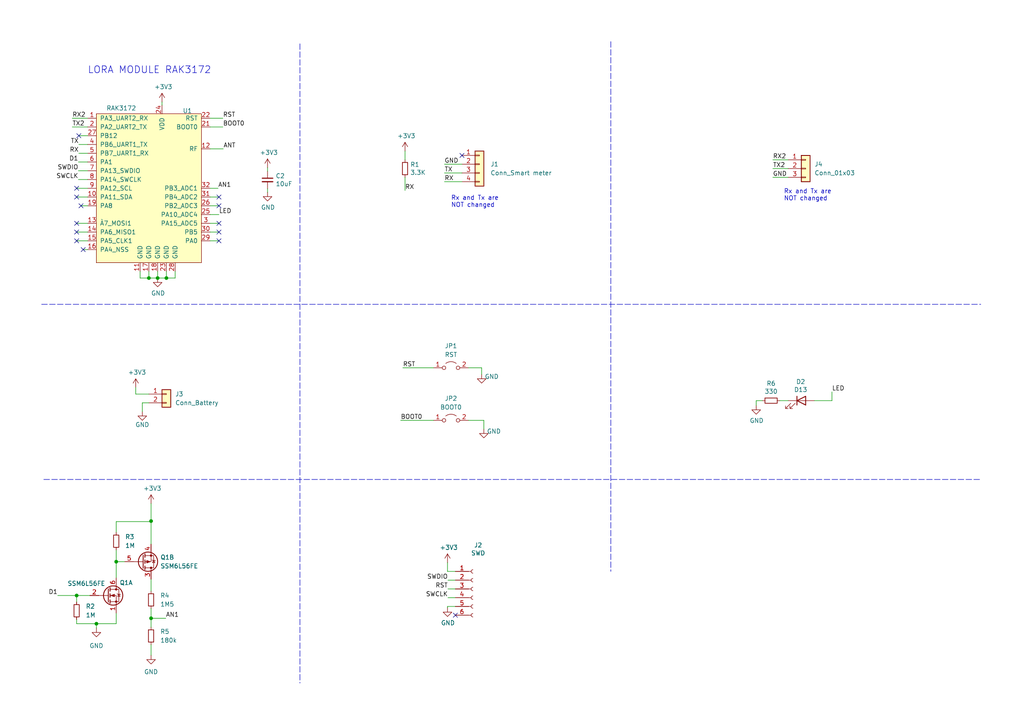
<source format=kicad_sch>
(kicad_sch (version 20211123) (generator eeschema)
  (paper "A4")
  (lib_symbols
    (symbol "Connector:Conn_01x06_Female" (pin_names (offset 1.016) hide)
      (property "Reference" "J" (at 0 7.62 0))
      (property "Value" "Conn_01x06_Female" (at 0 -10.16 0))
      (symbol "Conn_01x06_Female_1_1"
        (arc (start 0 -7.112) (mid -0.508 -7.62) (end 0 -8.128) (stroke (width 0.1524)))
        (arc (start 0 -4.572) (mid -0.508 -5.08) (end 0 -5.588) (stroke (width 0.1524)))
        (arc (start 0 -2.032) (mid -0.508 -2.54) (end 0 -3.048) (stroke (width 0.1524)))
        (polyline (pts (xy -1.27 -7.62) (xy -0.508 -7.62)) (stroke (width 0.1524)))
        (polyline (pts (xy -1.27 -5.08) (xy -0.508 -5.08)) (stroke (width 0.1524)))
        (polyline (pts (xy -1.27 -2.54) (xy -0.508 -2.54)) (stroke (width 0.1524)))
        (polyline (pts (xy -1.27 0) (xy -0.508 0)) (stroke (width 0.1524)))
        (polyline (pts (xy -1.27 2.54) (xy -0.508 2.54)) (stroke (width 0.1524)))
        (polyline (pts (xy -1.27 5.08) (xy -0.508 5.08)) (stroke (width 0.1524)))
        (arc (start 0 0.508) (mid -0.508 0) (end 0 -0.508) (stroke (width 0.1524)))
        (arc (start 0 3.048) (mid -0.508 2.54) (end 0 2.032) (stroke (width 0.1524)))
        (arc (start 0 5.588) (mid -0.508 5.08) (end 0 4.572) (stroke (width 0.1524)))
        (pin passive line (at -5.08 5.08 0) (length 3.81) (name "Pin_1") (number "1"))
        (pin passive line (at -5.08 2.54 0) (length 3.81) (name "Pin_2") (number "2"))
        (pin passive line (at -5.08 0 0) (length 3.81) (name "Pin_3") (number "3"))
        (pin passive line (at -5.08 -2.54 0) (length 3.81) (name "Pin_4") (number "4"))
        (pin passive line (at -5.08 -5.08 0) (length 3.81) (name "Pin_5") (number "5"))
        (pin passive line (at -5.08 -7.62 0) (length 3.81) (name "Pin_6") (number "6"))
      )
    )
    (symbol "Connector_Generic:Conn_01x02" (pin_names (offset 1.016) hide)
      (property "Reference" "J" (at 0 2.54 0))
      (property "Value" "Conn_01x02" (at 0 -5.08 0))
      (symbol "Conn_01x02_1_1"
        (rectangle (start -1.27 -2.413) (end 0 -2.667) (stroke (width 0.1524)))
        (rectangle (start -1.27 0.127) (end 0 -0.127) (stroke (width 0.1524)))
        (rectangle (start -1.27 1.27) (end 1.27 -3.81) (stroke (width 0.254)) (fill (type background)))
        (pin passive line (at -5.08 0 0) (length 3.81) (name "Pin_1") (number "1"))
        (pin passive line (at -5.08 -2.54 0) (length 3.81) (name "Pin_2") (number "2"))
      )
    )
    (symbol "Connector_Generic:Conn_01x03" (pin_names (offset 1.016) hide)
      (property "Reference" "J" (at 0 5.08 0))
      (property "Value" "Conn_01x03" (at 0 -5.08 0))
      (symbol "Conn_01x03_1_1"
        (rectangle (start -1.27 -2.413) (end 0 -2.667) (stroke (width 0.1524)))
        (rectangle (start -1.27 0.127) (end 0 -0.127) (stroke (width 0.1524)))
        (rectangle (start -1.27 2.667) (end 0 2.413) (stroke (width 0.1524)))
        (rectangle (start -1.27 3.81) (end 1.27 -3.81) (stroke (width 0.254)) (fill (type background)))
        (pin passive line (at -5.08 2.54 0) (length 3.81) (name "Pin_1") (number "1"))
        (pin passive line (at -5.08 0 0) (length 3.81) (name "Pin_2") (number "2"))
        (pin passive line (at -5.08 -2.54 0) (length 3.81) (name "Pin_3") (number "3"))
      )
    )
    (symbol "Connector_Generic:Conn_01x04" (pin_names (offset 1.016) hide)
      (property "Reference" "J" (at 0 5.08 0))
      (property "Value" "Conn_01x04" (at 0 -7.62 0))
      (symbol "Conn_01x04_1_1"
        (rectangle (start -1.27 -4.953) (end 0 -5.207) (stroke (width 0.1524)))
        (rectangle (start -1.27 -2.413) (end 0 -2.667) (stroke (width 0.1524)))
        (rectangle (start -1.27 0.127) (end 0 -0.127) (stroke (width 0.1524)))
        (rectangle (start -1.27 2.667) (end 0 2.413) (stroke (width 0.1524)))
        (rectangle (start -1.27 3.81) (end 1.27 -6.35) (stroke (width 0.254)) (fill (type background)))
        (pin passive line (at -5.08 2.54 0) (length 3.81) (name "Pin_1") (number "1"))
        (pin passive line (at -5.08 0 0) (length 3.81) (name "Pin_2") (number "2"))
        (pin passive line (at -5.08 -2.54 0) (length 3.81) (name "Pin_3") (number "3"))
        (pin passive line (at -5.08 -5.08 0) (length 3.81) (name "Pin_4") (number "4"))
      )
    )
    (symbol "Device:C_Small" (pin_numbers hide) (pin_names (offset 0.254) hide)
      (property "Reference" "C" (at 0.254 1.778 0))
      (property "Value" "C_Small" (at 0.254 -2.032 0))
      (symbol "C_Small_0_1"
        (polyline (pts (xy -1.524 -0.508) (xy 1.524 -0.508)) (stroke (width 0.3302)))
        (polyline (pts (xy -1.524 0.508) (xy 1.524 0.508)) (stroke (width 0.3048)))
      )
      (symbol "C_Small_1_1"
        (pin passive line (at 0 2.54 270) (length 2.032) (name "~") (number "1"))
        (pin passive line (at 0 -2.54 90) (length 2.032) (name "~") (number "2"))
      )
    )
    (symbol "Device:LED" (pin_numbers hide) (pin_names (offset 1.016) hide)
      (property "Reference" "D" (at 0 2.54 0))
      (property "Value" "LED" (at 0 -2.54 0))
      (symbol "LED_0_1"
        (polyline (pts (xy -1.27 -1.27) (xy -1.27 1.27)) (stroke (width 0.254)))
        (polyline (pts (xy -1.27 0) (xy 1.27 0)))
        (polyline (pts (xy 1.27 -1.27) (xy 1.27 1.27) (xy -1.27 0) (xy 1.27 -1.27)) (stroke (width 0.254)))
        (polyline (pts (xy -3.048 -0.762) (xy -4.572 -2.286) (xy -3.81 -2.286) (xy -4.572 -2.286) (xy -4.572 -1.524)))
        (polyline (pts (xy -1.778 -0.762) (xy -3.302 -2.286) (xy -2.54 -2.286) (xy -3.302 -2.286) (xy -3.302 -1.524)))
      )
      (symbol "LED_1_1"
        (pin passive line (at -3.81 0 0) (length 2.54) (name "K") (number "1"))
        (pin passive line (at 3.81 0 180) (length 2.54) (name "A") (number "2"))
      )
    )
    (symbol "Device:R_Small" (pin_numbers hide) (pin_names (offset 0.254) hide)
      (property "Reference" "R" (at 0.762 0.508 0))
      (property "Value" "R_Small" (at 0.762 -1.016 0))
      (symbol "R_Small_0_1"
        (rectangle (start -0.762 1.778) (end 0.762 -1.778) (stroke (width 0.2032)))
      )
      (symbol "R_Small_1_1"
        (pin passive line (at 0 2.54 270) (length 0.762) (name "~") (number "1"))
        (pin passive line (at 0 -2.54 90) (length 0.762) (name "~") (number "2"))
      )
    )
    (symbol "Jumper:Jumper_2_Open" (pin_names (offset 0) hide)
      (property "Reference" "JP" (at 0 2.794 0))
      (property "Value" "Jumper_2_Open" (at 0 -2.286 0))
      (symbol "Jumper_2_Open_0_0"
        (circle (center -2.032 0) (radius 0.508))
        (circle (center 2.032 0) (radius 0.508))
      )
      (symbol "Jumper_2_Open_0_1"
        (arc (start 1.524 1.27) (mid 0 1.778) (end -1.524 1.27))
      )
      (symbol "Jumper_2_Open_1_1"
        (pin passive line (at -5.08 0 0) (length 2.54) (name "A") (number "1"))
        (pin passive line (at 5.08 0 180) (length 2.54) (name "B") (number "2"))
      )
    )
    (symbol "Transistor_FET:BSD235C" (pin_names hide)
      (property "Reference" "Q" (at 5.08 2.54 0))
      (property "Value" "BSD235C" (at 5.08 0 0))
      (symbol "BSD235C_1_1"
        (polyline (pts (xy 0.254 -1.905) (xy 0.254 1.905)) (stroke (width 0.254)))
        (polyline (pts (xy 0.254 0) (xy -2.54 0)))
        (polyline (pts (xy 0.762 -2.286) (xy 0.762 -1.27)) (stroke (width 0.254)))
        (polyline (pts (xy 0.762 -0.508) (xy 0.762 0.508)) (stroke (width 0.254)))
        (polyline (pts (xy 0.762 1.27) (xy 0.762 2.286)) (stroke (width 0.254)))
        (polyline (pts (xy 2.54 1.905) (xy 2.54 2.54)))
        (polyline (pts (xy 2.54 -2.54) (xy 2.54 0) (xy 0.762 0)))
        (polyline (pts (xy 0.762 1.778) (xy 3.302 1.778) (xy 3.302 -1.778) (xy 0.762 -1.778)))
        (polyline (pts (xy 1.016 0) (xy 2.032 -0.381) (xy 2.032 0.381) (xy 1.016 0)) (fill (type outline)))
        (polyline (pts (xy 2.794 0.508) (xy 2.921 0.381) (xy 3.683 0.381) (xy 3.81 0.254)))
        (polyline (pts (xy 3.302 0.381) (xy 2.921 -0.254) (xy 3.683 -0.254) (xy 3.302 0.381)))
        (circle (center 1.651 0) (radius 2.794) (stroke (width 0.254)))
        (circle (center 2.54 -1.778) (radius 0.254) (fill (type outline)))
        (circle (center 2.54 1.778) (radius 0.254) (fill (type outline)))
        (pin passive line (at 2.54 -5.08 90) (length 2.54) (name "SN") (number "1"))
        (pin input line (at -5.08 0 0) (length 2.54) (name "GN") (number "2"))
        (pin passive line (at 2.54 5.08 270) (length 2.54) (name "DN") (number "6"))
      )
      (symbol "BSD235C_2_1"
        (polyline (pts (xy 0.254 0) (xy -2.54 0)))
        (polyline (pts (xy 0.254 1.905) (xy 0.254 -1.905)) (stroke (width 0.254)))
        (polyline (pts (xy 0.762 -1.27) (xy 0.762 -2.286)) (stroke (width 0.254)))
        (polyline (pts (xy 0.762 0.508) (xy 0.762 -0.508)) (stroke (width 0.254)))
        (polyline (pts (xy 0.762 2.286) (xy 0.762 1.27)) (stroke (width 0.254)))
        (polyline (pts (xy 2.54 -1.905) (xy 2.54 -2.54)))
        (polyline (pts (xy 2.54 2.54) (xy 2.54 0) (xy 0.762 0)))
        (polyline (pts (xy 0.762 -1.778) (xy 3.302 -1.778) (xy 3.302 1.778) (xy 0.762 1.778)))
        (polyline (pts (xy 2.286 0) (xy 1.27 -0.381) (xy 1.27 0.381) (xy 2.286 0)) (fill (type outline)))
        (polyline (pts (xy 2.794 0.508) (xy 2.921 0.381) (xy 3.683 0.381) (xy 3.81 0.254)))
        (polyline (pts (xy 3.302 0.381) (xy 2.921 -0.254) (xy 3.683 -0.254) (xy 3.302 0.381)))
        (circle (center 1.651 0) (radius 2.794) (stroke (width 0.254)))
        (circle (center 2.54 -1.778) (radius 0.254) (fill (type outline)))
        (circle (center 2.54 1.778) (radius 0.254) (fill (type outline)))
        (pin passive line (at 2.54 -5.08 90) (length 2.54) (name "DP") (number "3"))
        (pin passive line (at 2.54 5.08 270) (length 2.54) (name "SP") (number "4"))
        (pin input line (at -5.08 0 0) (length 2.54) (name "GP") (number "5"))
      )
    )
    (symbol "bastwan-wle-rescue:RAK3172-Electronic_Cats" (pin_names (offset 1.016))
      (property "Reference" "U" (at 10.16 6.35 0))
      (property "Value" "RAK3172-Electronic_Cats" (at -10.16 6.35 0))
      (symbol "RAK3172-Electronic_Cats_0_1"
        (rectangle (start -16.51 5.08) (end 13.97 -38.1) (fill (type background)))
      )
      (symbol "RAK3172-Electronic_Cats_1_1"
        (pin input line (at -19.05 3.81 0) (length 2.54) (name "PA3_UART2_RX") (number "1"))
        (pin input line (at -19.05 -19.05 0) (length 2.54) (name "PA11_SDA") (number "10"))
        (pin input line (at -3.81 -40.64 90) (length 2.54) (name "GND") (number "11"))
        (pin input line (at 16.51 -5.08 180) (length 2.54) (name "RF") (number "12"))
        (pin input line (at -19.05 -26.67 0) (length 2.54) (name "À7_MOSI1") (number "13"))
        (pin input line (at -19.05 -29.21 0) (length 2.54) (name "PA6_MISO1") (number "14"))
        (pin input line (at -19.05 -31.75 0) (length 2.54) (name "PA5_CLK1") (number "15"))
        (pin input line (at -19.05 -34.29 0) (length 2.54) (name "PA4_NSS") (number "16"))
        (pin input line (at -1.27 -40.64 90) (length 2.54) (name "GND") (number "17"))
        (pin input line (at 1.27 -40.64 90) (length 2.54) (name "GND") (number "18"))
        (pin input line (at -19.05 -21.59 0) (length 2.54) (name "PA8") (number "19"))
        (pin input line (at -19.05 1.27 0) (length 2.54) (name "PA2_UART2_TX") (number "2"))
        (pin input line (at 16.51 1.27 180) (length 2.54) (name "BOOT0") (number "21"))
        (pin input line (at 16.51 3.81 180) (length 2.54) (name "RST") (number "22"))
        (pin input line (at 3.81 -40.64 90) (length 2.54) (name "GND") (number "23"))
        (pin input line (at 2.54 7.62 270) (length 2.54) (name "VDD") (number "24"))
        (pin input line (at 16.51 -24.13 180) (length 2.54) (name "PA10_ADC4") (number "25"))
        (pin input line (at 16.51 -21.59 180) (length 2.54) (name "PB2_ADC3") (number "26"))
        (pin input line (at -19.05 -1.27 0) (length 2.54) (name "PB12") (number "27"))
        (pin input line (at 6.35 -40.64 90) (length 2.54) (name "GND") (number "28"))
        (pin input line (at 16.51 -31.75 180) (length 2.54) (name "PA0") (number "29"))
        (pin input line (at 16.51 -26.67 180) (length 2.54) (name "PA15_ADC5") (number "3"))
        (pin input line (at 16.51 -29.21 180) (length 2.54) (name "PB5") (number "30"))
        (pin input line (at 16.51 -19.05 180) (length 2.54) (name "PB4_ADC2") (number "31"))
        (pin input line (at 16.51 -16.51 180) (length 2.54) (name "PB3_ADC1") (number "32"))
        (pin input line (at -19.05 -3.81 0) (length 2.54) (name "PB6_UART1_TX") (number "4"))
        (pin input line (at -19.05 -6.35 0) (length 2.54) (name "PB7_UART1_RX") (number "5"))
        (pin input line (at -19.05 -8.89 0) (length 2.54) (name "PA1") (number "6"))
        (pin input line (at -19.05 -11.43 0) (length 2.54) (name "PA13_SWDIO") (number "7"))
        (pin input line (at -19.05 -13.97 0) (length 2.54) (name "PA14_SWCLK") (number "8"))
        (pin input line (at -19.05 -16.51 0) (length 2.54) (name "PA12_SCL") (number "9"))
      )
    )
    (symbol "power:+3V3" (power) (pin_names (offset 0))
      (property "Value" "+3V3" (at 0 3.556 0))
      (symbol "+3V3_0_1"
        (polyline (pts (xy -0.762 1.27) (xy 0 2.54)))
        (polyline (pts (xy 0 0) (xy 0 2.54)))
        (polyline (pts (xy 0 2.54) (xy 0.762 1.27)))
      )
      (symbol "+3V3_1_1"
        (pin power_in line (at 0 0 90) (length 0) hide (name "+3V3") (number "1"))
      )
    )
    (symbol "power:GND" (power) (pin_names (offset 0))
      (property "Value" "GND" (at 0 -3.81 0))
      (symbol "GND_0_1"
        (polyline (pts (xy 0 0) (xy 0 -1.27) (xy 1.27 -1.27) (xy 0 -2.54) (xy -1.27 -1.27) (xy 0 -1.27)))
      )
      (symbol "GND_1_1"
        (pin power_in line (at 0 0 270) (length 0) hide (name "GND") (number "1"))
      )
    )
  )
  (junction (at 22.225 172.72))
  (junction (at 45.72 80.645))
  (junction (at 43.815 179.324))
  (junction (at 43.815 151.13))
  (junction (at 43.18 80.645))
  (junction (at 33.7058 162.9156))
  (junction (at 48.26 80.645))
  (junction (at 27.9654 180.8988))
  (no_connect (at 63.5 57.15))
  (no_connect (at 63.5 69.85))
  (no_connect (at 63.5 59.69))
  (no_connect (at 63.5 64.77))
  (no_connect (at 22.86 39.37))
  (no_connect (at 133.985 45.085))
  (no_connect (at 132.08 178.435))
  (no_connect (at 23.495 59.69))
  (no_connect (at 24.13 72.39))
  (no_connect (at 63.5 67.31))
  (no_connect (at 22.225 57.15))
  (no_connect (at 22.225 54.61))
  (no_connect (at 22.225 64.77))
  (no_connect (at 22.225 67.31))
  (no_connect (at 22.225 69.85))
  (wire (pts (xy 33.7058 162.9156) (xy 36.195 162.9156)))
  (wire (pts (xy 25.4 36.83) (xy 20.955 36.83)))
  (wire (pts (xy 60.96 57.15) (xy 63.5 57.15)))
  (wire (pts (xy 22.225 54.61) (xy 25.4 54.61)))
  (wire (pts (xy 39.37 114.3) (xy 39.37 112.395)))
  (wire (pts (xy 33.7058 180.8988) (xy 27.9654 180.8988)))
  (wire (pts (xy 132.08 173.355) (xy 129.921 173.355)))
  (wire (pts (xy 45.72 78.74) (xy 45.72 80.645)))
  (wire (pts (xy 25.4 52.07) (xy 22.733 52.07)))
  (wire (pts (xy 43.815 176.53) (xy 43.815 179.324)))
  (wire (pts (xy 224.155 46.355) (xy 228.6 46.355)))
  (wire (pts (xy 33.7058 177.8) (xy 33.7058 180.8988)))
  (wire (pts (xy 22.225 172.72) (xy 26.0858 172.72)))
  (wire (pts (xy 117.475 43.815) (xy 117.475 46.355)))
  (wire (pts (xy 25.4 46.99) (xy 22.733 46.99)))
  (wire (pts (xy 43.815 179.324) (xy 43.815 181.9148)))
  (wire (pts (xy 228.6 116.205) (xy 226.187 116.205)))
  (wire (pts (xy 129.794 176.276) (xy 129.794 175.895)))
  (wire (pts (xy 22.225 67.31) (xy 25.4 67.31)))
  (wire (pts (xy 60.96 64.77) (xy 63.5 64.77)))
  (polyline (pts (xy 177.165 12.065) (xy 177.165 165.735)))
  (wire (pts (xy 25.4 44.45) (xy 22.86 44.45)))
  (wire (pts (xy 128.905 52.705) (xy 133.985 52.705)))
  (wire (pts (xy 43.815 151.2824) (xy 33.7058 151.2824)))
  (wire (pts (xy 46.99 30.48) (xy 46.99 29.591)))
  (polyline (pts (xy 12.065 88.265) (xy 284.48 88.265)))
  (wire (pts (xy 33.7058 159.512) (xy 33.7058 162.9156)))
  (wire (pts (xy 22.225 57.15) (xy 25.4 57.15)))
  (wire (pts (xy 50.8 80.645) (xy 50.8 78.74)))
  (wire (pts (xy 132.08 175.895) (xy 129.794 175.895)))
  (wire (pts (xy 60.96 54.61) (xy 63.246 54.61)))
  (polyline (pts (xy 12.7 139.065) (xy 284.48 139.065)))
  (wire (pts (xy 22.225 64.77) (xy 25.4 64.77)))
  (wire (pts (xy 40.64 78.74) (xy 40.64 80.645)))
  (wire (pts (xy 25.4 41.91) (xy 22.86 41.91)))
  (wire (pts (xy 135.89 106.68) (xy 139.7 106.68)))
  (wire (pts (xy 45.72 80.645) (xy 48.26 80.645)))
  (wire (pts (xy 219.329 116.205) (xy 219.329 117.602)))
  (wire (pts (xy 241.3 113.665) (xy 241.3 116.205)))
  (wire (pts (xy 22.225 172.72) (xy 22.225 174.5996)))
  (wire (pts (xy 27.9654 180.8988) (xy 27.9654 182.1688)))
  (wire (pts (xy 139.7 108.585) (xy 139.7 106.68)))
  (wire (pts (xy 48.0822 179.324) (xy 43.815 179.324)))
  (polyline (pts (xy 86.995 12.7) (xy 86.995 198.12)))
  (wire (pts (xy 117.475 55.245) (xy 117.475 51.435)))
  (wire (pts (xy 43.18 80.645) (xy 45.72 80.645)))
  (wire (pts (xy 129.921 170.815) (xy 132.08 170.815)))
  (wire (pts (xy 128.905 50.165) (xy 133.985 50.165)))
  (wire (pts (xy 43.18 78.74) (xy 43.18 80.645)))
  (wire (pts (xy 116.205 121.92) (xy 125.73 121.92)))
  (wire (pts (xy 116.84 106.68) (xy 125.73 106.68)))
  (wire (pts (xy 140.335 124.46) (xy 140.335 121.92)))
  (wire (pts (xy 23.495 59.69) (xy 25.4 59.69)))
  (wire (pts (xy 43.18 114.3) (xy 39.37 114.3)))
  (wire (pts (xy 43.815 157.8356) (xy 43.815 151.2824)))
  (wire (pts (xy 60.96 36.83) (xy 64.643 36.83)))
  (wire (pts (xy 24.13 72.39) (xy 25.4 72.39)))
  (wire (pts (xy 129.794 165.735) (xy 132.08 165.735)))
  (wire (pts (xy 60.96 62.23) (xy 63.5 62.23)))
  (wire (pts (xy 43.815 146.05) (xy 43.815 151.13)))
  (wire (pts (xy 43.815 167.9956) (xy 43.815 171.45)))
  (wire (pts (xy 48.26 80.645) (xy 50.8 80.645)))
  (wire (pts (xy 60.96 34.29) (xy 64.643 34.29)))
  (wire (pts (xy 129.794 163.195) (xy 129.794 165.735)))
  (wire (pts (xy 25.4 49.53) (xy 22.733 49.53)))
  (wire (pts (xy 16.7386 172.72) (xy 22.225 172.72)))
  (wire (pts (xy 221.107 116.205) (xy 219.329 116.205)))
  (wire (pts (xy 33.7058 151.2824) (xy 33.7058 154.432)))
  (wire (pts (xy 60.96 43.18) (xy 64.77 43.18)))
  (wire (pts (xy 77.597 49.657) (xy 77.597 48.641)))
  (wire (pts (xy 40.64 80.645) (xy 43.18 80.645)))
  (wire (pts (xy 27.9654 180.8988) (xy 22.225 180.8988)))
  (wire (pts (xy 43.815 186.9948) (xy 43.815 190.0428)))
  (wire (pts (xy 224.155 48.895) (xy 228.6 48.895)))
  (wire (pts (xy 41.275 116.84) (xy 41.275 119.38)))
  (wire (pts (xy 43.18 116.84) (xy 41.275 116.84)))
  (wire (pts (xy 22.225 180.8988) (xy 22.225 179.6796)))
  (wire (pts (xy 224.155 51.435) (xy 228.6 51.435)))
  (wire (pts (xy 128.905 47.625) (xy 133.985 47.625)))
  (wire (pts (xy 236.22 116.205) (xy 241.3 116.205)))
  (wire (pts (xy 33.7058 167.64) (xy 33.7058 162.9156)))
  (wire (pts (xy 77.597 54.737) (xy 77.597 55.753)))
  (wire (pts (xy 60.96 67.31) (xy 63.5 67.31)))
  (wire (pts (xy 60.96 59.69) (xy 63.5 59.69)))
  (wire (pts (xy 132.08 168.275) (xy 129.921 168.275)))
  (wire (pts (xy 48.26 78.74) (xy 48.26 80.645)))
  (wire (pts (xy 22.225 69.85) (xy 25.4 69.85)))
  (wire (pts (xy 25.4 34.29) (xy 20.955 34.29)))
  (wire (pts (xy 60.96 69.85) (xy 63.5 69.85)))
  (wire (pts (xy 25.4 39.37) (xy 22.86 39.37)))
  (wire (pts (xy 140.335 121.92) (xy 135.89 121.92)))
  (text "Rx and Tx are \nNOT changed\n" (at 130.81 60.325 0) (effects (font (size 1.27 1.27)) (justify left bottom)))
  (text "Rx and Tx are \nNOT changed\n" (at 227.33 58.42 0) (effects (font (size 1.27 1.27)) (justify left bottom)))
  (text "LORA MODULE RAK3172" (at 25.4 21.59 0) (effects (font (size 2 2)) (justify left bottom)))
  (label "RX2" (at 20.955 34.29 0))
  (label "RX" (at 22.86 44.45 180))
  (label "RX2" (at 224.155 46.355 0))
  (label "LED" (at 241.3 113.665 0))
  (label "TX" (at 128.905 50.165 0))
  (label "RX" (at 117.475 55.245 0))
  (label "SWDIO" (at 129.921 168.275 180))
  (label "D1" (at 16.7386 172.72 180))
  (label "LED" (at 63.5 62.23 0))
  (label "GND" (at 128.905 47.625 0))
  (label "BOOT0" (at 64.643 36.83 0))
  (label "TX2" (at 224.155 48.895 0))
  (label "RST" (at 64.643 34.29 0))
  (label "SWCLK" (at 129.921 173.355 180))
  (label "TX" (at 22.86 41.91 180))
  (label "RX" (at 128.905 52.705 0))
  (label "TX2" (at 20.955 36.83 0))
  (label "RST" (at 116.84 106.68 0))
  (label "SWCLK" (at 22.733 52.07 180))
  (label "RST" (at 129.921 170.815 180))
  (label "BOOT0" (at 116.205 121.92 0))
  (label "GND" (at 224.155 51.435 0))
  (label "ANT" (at 64.77 43.18 0))
  (label "AN1" (at 48.0822 179.324 0))
  (label "SWDIO" (at 22.733 49.53 180))
  (label "AN1" (at 63.246 54.61 0))
  (label "D1" (at 22.733 46.99 180))
  (symbol (lib_id "Jumper:Jumper_2_Open") (at 130.81 106.68 0) (unit 1)
    (property "Reference" "JP1" (at 130.81 100.33 0))
    (property "Value" "RST" (at 130.81 102.87 0))
    (property "Footprint" "Jumper:SolderJumper-2_P1.3mm_Open_Pad1.0x1.5mm" (effects hide))
  )
  (symbol (lib_id "power:GND") (at 140.335 124.46 0) (unit 1)
    (property "Reference" "#PWR018" (effects hide))
    (property "Value" "GND" (at 143.256 125.095 0))
  )
  (symbol (lib_id "Connector_Generic:Conn_01x02") (at 48.26 114.3 0) (unit 1)
    (property "Reference" "J3" (at 50.8 114.2999 0) (effects (justify left)))
    (property "Value" "Conn_Battery" (at 50.8 116.8399 0) (effects (justify left)))
    (property "Footprint" "Connector_PinSocket_2.54mm:PinSocket_1x02_P2.54mm_Vertical" (effects hide))
  )
  (symbol (lib_id "Device:R_Small") (at 117.475 48.895 0) (unit 1)
    (property "Reference" "R1" (at 118.9736 47.7266 0) (effects (justify left)))
    (property "Value" "3.3K" (at 118.9736 50.038 0) (effects (justify left)))
    (property "Footprint" "Resistor_SMD:R_0603_1608Metric" (effects hide))
    (property "manf#" "ERJ-UP3J332V" (effects hide))
    (property "Proveedor" "MOUSER" (effects hide))
  )
  (symbol (lib_id "power:+3V3") (at 77.597 48.641 0) (unit 1)
    (property "Reference" "#PWR05" (effects hide))
    (property "Value" "+3V3" (at 77.978 44.2468 0))
  )
  (symbol (lib_id "power:GND") (at 129.794 176.276 0) (unit 1)
    (property "Reference" "#PWR010" (effects hide))
    (property "Value" "GND" (at 129.921 180.6702 0))
  )
  (symbol (lib_id "Transistor_FET:BSD235C") (at 31.1658 172.72 0) (unit 1)
    (property "Reference" "Q1" (at 34.671 169.0116 0) (effects (justify left)))
    (property "Value" "SSM6L56FE" (at 19.558 169.2402 0) (effects (justify left)))
    (property "Footprint" "SSM6L56FE:SOTFL50P160X60-6N" (effects hide))
    (property "Datasheet" "https://www.mouser.mx/datasheet/2/408/SSM6L56FE_datasheet_en_20190801-1901888.pdf" (effects hide))
    (property "manf#" "757-SSM6L56FELM" (effects hide))
    (property "Proveedor" "MOUSER" (effects hide))
  )
  (symbol (lib_id "power:GND") (at 77.597 55.753 0) (unit 1)
    (property "Reference" "#PWR06" (effects hide))
    (property "Value" "GND" (at 77.724 60.1472 0))
  )
  (symbol (lib_id "Transistor_FET:BSD235C") (at 41.275 162.9156 0) (unit 2)
    (property "Reference" "Q1" (at 46.5074 161.6455 0) (effects (justify left)))
    (property "Value" "SSM6L56FE" (at 46.5074 164.1855 0) (effects (justify left)))
    (property "Footprint" "SSM6L56FE:SOTFL50P160X60-6N" (effects hide))
    (property "Datasheet" "https://www.mouser.mx/datasheet/2/408/SSM6L56FE_datasheet_en_20190801-1901888.pdf" (effects hide))
    (property "manf#" "757-SSM6L56FELM" (effects hide))
    (property "Proveedor" "MOUSER" (effects hide))
  )
  (symbol (lib_id "Jumper:Jumper_2_Open") (at 130.81 121.92 0) (unit 1)
    (property "Reference" "JP2" (at 130.81 115.57 0))
    (property "Value" "BOOT0" (at 130.81 118.11 0))
    (property "Footprint" "Jumper:SolderJumper-2_P1.3mm_Open_Pad1.0x1.5mm" (effects hide))
  )
  (symbol (lib_id "Device:C_Small") (at 77.597 52.197 0) (unit 1)
    (property "Reference" "C2" (at 79.9338 51.0286 0) (effects (justify left)))
    (property "Value" "10uF" (at 79.9338 53.34 0) (effects (justify left)))
    (property "Footprint" "Capacitor_SMD:C_0603_1608Metric" (effects hide))
    (property "#LCSC" "C326057" (effects hide))
    (property "Proveedor" "LCSC" (effects hide))
    (property "manf#" "CC0603KRX5R6BB106" (effects hide))
  )
  (symbol (lib_id "Device:R_Small") (at 223.647 116.205 270) (unit 1)
    (property "Reference" "R6" (at 223.647 111.2266 90))
    (property "Value" "330" (at 223.647 113.538 90))
    (property "Footprint" "Resistor_SMD:R_0603_1608Metric" (effects hide))
    (property "Datasheet" "https://datasheet.lcsc.com/lcsc/1810170116_RALEC-RTT033300FTP_C103542.pdfhttps://datasheet.lcsc.com/lcsc/1810170116_RALEC-RTT033300FTP_C103542.pdf" (effects hide))
    (property "manf#" "RTT033300FTP" (effects hide))
    (property "#LCSC" "C103542" (effects hide))
    (property "Proveedor" "LCSC" (effects hide))
  )
  (symbol (lib_id "Device:LED") (at 232.41 116.205 0) (unit 1)
    (property "Reference" "D2" (at 232.2322 110.7186 0))
    (property "Value" "D13" (at 232.2322 113.03 0))
    (property "Footprint" "LED_SMD:LED_0603_1608Metric_Pad1.05x0.95mm_HandSolder" (effects hide))
    (property "Datasheet" "https://lcsc.com/product-detail/Light-Emitting-Diodes-LED_ARKLED-Wuxi-ARK-Tech-Elec-D-060306R1-SS2-L_C118330.html" (effects hide))
    (property "manf#" "D-060306R1/SS2/L" (effects hide))
    (property "#LCSC" "C118330" (effects hide))
    (property "Proveedor" "LCSC" (effects hide))
  )
  (symbol (lib_id "Device:R_Small") (at 43.815 184.4548 0) (unit 1)
    (property "Reference" "R5" (at 46.4566 183.1847 0) (effects (justify left)))
    (property "Value" "180k" (at 46.4566 185.7247 0) (effects (justify left)))
    (property "Footprint" "Resistor_SMD:R_0603_1608Metric" (effects hide))
    (property "Proveedor" "MOUSER" (effects hide))
    (property "manf#" "ERJ-UP3F1803V" (effects hide))
  )
  (symbol (lib_id "Device:R_Small") (at 33.7058 156.972 0) (unit 1)
    (property "Reference" "R3" (at 36.2966 155.7019 0) (effects (justify left)))
    (property "Value" "1M" (at 36.2966 158.2419 0) (effects (justify left)))
    (property "Footprint" "Resistor_SMD:R_0603_1608Metric" (effects hide))
    (property "#LCSC" "C193390" (effects hide))
    (property "Proveedor" "LCSC" (effects hide))
    (property "manf#" "ERJ3EKF1004V" (effects hide))
  )
  (symbol (lib_id "power:+3V3") (at 117.475 43.815 0) (unit 1)
    (property "Reference" "#PWR07" (effects hide))
    (property "Value" "+3V3" (at 117.856 39.4208 0))
  )
  (symbol (lib_id "power:GND") (at 219.329 117.602 0) (unit 1)
    (property "Reference" "#PWR022" (effects hide))
    (property "Value" "GND" (at 219.456 121.9962 0))
  )
  (symbol (lib_id "bastwan-wle-rescue:RAK3172-Electronic_Cats") (at 44.45 38.1 0) (unit 1)
    (property "Reference" "U1" (at 54.356 32.131 0))
    (property "Value" "RAK3172" (at 35.179 31.369 0))
    (property "Footprint" "Rf:RAK3172" (effects hide))
    (property "Datasheet" "https://www.rakwireless.com/en-us/products/lpwan-modules/rak3172-wisduo-lpwan-module" (effects hide))
    (property "Proveedor" "RAK" (effects hide))
    (property "manf#" "RAK3172" (effects hide))
  )
  (symbol (lib_id "power:+3V3") (at 39.37 112.395 0) (unit 1)
    (property "Reference" "#PWR01" (effects hide))
    (property "Value" "+3V3" (at 39.751 108.0008 0))
  )
  (symbol (lib_id "power:+3V3") (at 43.815 146.05 0) (unit 1)
    (property "Reference" "#PWR011" (effects hide))
    (property "Value" "+3V3" (at 44.196 141.6558 0))
  )
  (symbol (lib_id "power:GND") (at 139.7 108.585 0) (unit 1)
    (property "Reference" "#PWR017" (effects hide))
    (property "Value" "GND" (at 142.621 109.22 0))
  )
  (symbol (lib_id "Connector_Generic:Conn_01x03") (at 233.68 48.895 0) (unit 1)
    (property "Reference" "J4" (at 236.22 47.6249 0) (effects (justify left)))
    (property "Value" "Conn_01x03" (at 236.22 50.1649 0) (effects (justify left)))
    (property "Footprint" "Connector_PinSocket_2.54mm:PinSocket_1x03_P2.54mm_Vertical" (effects hide))
  )
  (symbol (lib_id "power:GND") (at 45.72 80.645 0) (unit 1)
    (property "Reference" "#PWR03" (effects hide))
    (property "Value" "GND" (at 45.847 85.0392 0))
  )
  (symbol (lib_id "power:GND") (at 43.815 190.0428 0) (unit 1)
    (property "Reference" "#PWR012" (effects hide))
    (property "Value" "GND" (at 43.815 194.8688 0))
  )
  (symbol (lib_id "power:+3V3") (at 129.794 163.195 0) (unit 1)
    (property "Reference" "#PWR09" (effects hide))
    (property "Value" "+3V3" (at 130.175 158.8008 0))
  )
  (symbol (lib_id "power:GND") (at 27.9654 182.1688 0) (unit 1)
    (property "Reference" "#PWR08" (effects hide))
    (property "Value" "GND" (at 27.9654 187.2996 0))
  )
  (symbol (lib_id "Device:R_Small") (at 22.225 177.1396 0) (unit 1)
    (property "Reference" "R2" (at 24.8666 175.8695 0) (effects (justify left)))
    (property "Value" "1M" (at 24.8666 178.4095 0) (effects (justify left)))
    (property "Footprint" "Resistor_SMD:R_0603_1608Metric" (effects hide))
    (property "#LCSC" "C193390" (effects hide))
    (property "Proveedor" "LCSC" (effects hide))
    (property "manf#" "ERJ3EKF1004V" (effects hide))
  )
  (symbol (lib_id "Connector:Conn_01x06_Female") (at 137.16 170.815 0) (unit 1)
    (property "Reference" "J2" (at 138.684 158.115 0))
    (property "Value" "SWD" (at 138.684 160.4264 0))
    (property "Footprint" "Connector:Tag-Connect_TC2030-IDC-NL_2x03_P1.27mm_Vertical" (effects hide))
  )
  (symbol (lib_id "power:+3V3") (at 46.99 29.591 0) (unit 1)
    (property "Reference" "#PWR04" (effects hide))
    (property "Value" "+3V3" (at 47.371 25.1968 0))
  )
  (symbol (lib_id "power:GND") (at 41.275 119.38 0) (unit 1)
    (property "Reference" "#PWR02" (effects hide))
    (property "Value" "GND" (at 41.275 123.19 0))
  )
  (symbol (lib_id "Connector_Generic:Conn_01x04") (at 139.065 47.625 0) (unit 1)
    (property "Reference" "J1" (at 142.24 47.6249 0) (effects (justify left)))
    (property "Value" "Conn_Smart meter" (at 142.24 50.1649 0) (effects (justify left)))
    (property "Footprint" "Connector_PinSocket_2.54mm:PinSocket_1x04_P2.54mm_Vertical" (effects hide))
  )
  (symbol (lib_id "Device:R_Small") (at 43.815 173.99 0) (unit 1)
    (property "Reference" "R4" (at 46.4566 172.7199 0) (effects (justify left)))
    (property "Value" "1M5" (at 46.4566 175.2599 0) (effects (justify left)))
    (property "Footprint" "Resistor_SMD:R_0603_1608Metric" (effects hide))
    (property "#LCSC" "C2930024" (effects hide))
    (property "Proveedor" "LCSC" (effects hide))
    (property "manf#" "FRC0603J155TS" (effects hide))
  )
)
</source>
